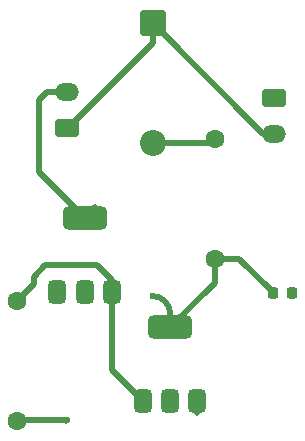
<source format=gbr>
%TF.GenerationSoftware,KiCad,Pcbnew,9.0.4*%
%TF.CreationDate,2025-10-16T23:04:56-05:00*%
%TF.ProjectId,new project,6e657720-7072-46f6-9a65-63742e6b6963,rev?*%
%TF.SameCoordinates,Original*%
%TF.FileFunction,Copper,L1,Top*%
%TF.FilePolarity,Positive*%
%FSLAX46Y46*%
G04 Gerber Fmt 4.6, Leading zero omitted, Abs format (unit mm)*
G04 Created by KiCad (PCBNEW 9.0.4) date 2025-10-16 23:04:56*
%MOMM*%
%LPD*%
G01*
G04 APERTURE LIST*
G04 Aperture macros list*
%AMRoundRect*
0 Rectangle with rounded corners*
0 $1 Rounding radius*
0 $2 $3 $4 $5 $6 $7 $8 $9 X,Y pos of 4 corners*
0 Add a 4 corners polygon primitive as box body*
4,1,4,$2,$3,$4,$5,$6,$7,$8,$9,$2,$3,0*
0 Add four circle primitives for the rounded corners*
1,1,$1+$1,$2,$3*
1,1,$1+$1,$4,$5*
1,1,$1+$1,$6,$7*
1,1,$1+$1,$8,$9*
0 Add four rect primitives between the rounded corners*
20,1,$1+$1,$2,$3,$4,$5,0*
20,1,$1+$1,$4,$5,$6,$7,0*
20,1,$1+$1,$6,$7,$8,$9,0*
20,1,$1+$1,$8,$9,$2,$3,0*%
G04 Aperture macros list end*
%TA.AperFunction,ComponentPad*%
%ADD10C,1.600000*%
%TD*%
%TA.AperFunction,ComponentPad*%
%ADD11RoundRect,0.249999X-0.850001X0.850001X-0.850001X-0.850001X0.850001X-0.850001X0.850001X0.850001X0*%
%TD*%
%TA.AperFunction,ComponentPad*%
%ADD12C,2.200000*%
%TD*%
%TA.AperFunction,ComponentPad*%
%ADD13RoundRect,0.250001X-0.759999X0.499999X-0.759999X-0.499999X0.759999X-0.499999X0.759999X0.499999X0*%
%TD*%
%TA.AperFunction,ComponentPad*%
%ADD14O,2.020000X1.500000*%
%TD*%
%TA.AperFunction,SMDPad,CuDef*%
%ADD15RoundRect,0.375000X0.375000X-0.625000X0.375000X0.625000X-0.375000X0.625000X-0.375000X-0.625000X0*%
%TD*%
%TA.AperFunction,SMDPad,CuDef*%
%ADD16RoundRect,0.500000X1.400000X-0.500000X1.400000X0.500000X-1.400000X0.500000X-1.400000X-0.500000X0*%
%TD*%
%TA.AperFunction,SMDPad,CuDef*%
%ADD17RoundRect,0.225000X-0.225000X-0.250000X0.225000X-0.250000X0.225000X0.250000X-0.225000X0.250000X0*%
%TD*%
%TA.AperFunction,ComponentPad*%
%ADD18RoundRect,0.250001X0.759999X-0.499999X0.759999X0.499999X-0.759999X0.499999X-0.759999X-0.499999X0*%
%TD*%
%TA.AperFunction,ViaPad*%
%ADD19C,0.600000*%
%TD*%
%TA.AperFunction,Conductor*%
%ADD20C,0.500000*%
%TD*%
G04 APERTURE END LIST*
D10*
%TO.P,R1,1*%
%TO.N,Net-(D1-A)*%
X130250000Y-73420000D03*
%TO.P,R1,2*%
%TO.N,Net-(Q1-B)*%
X130250000Y-83580000D03*
%TD*%
D11*
%TO.P,D1,1,K*%
%TO.N,Net-(D1-K)*%
X125000000Y-63670000D03*
D12*
%TO.P,D1,2,A*%
%TO.N,Net-(D1-A)*%
X125000000Y-73830000D03*
%TD*%
D13*
%TO.P,J2,1,Pin_1*%
%TO.N,GND*%
X135250000Y-70000000D03*
D14*
%TO.P,J2,2,Pin_2*%
%TO.N,Net-(D1-K)*%
X135250000Y-73000000D03*
%TD*%
D15*
%TO.P,Q1,1,B*%
%TO.N,Net-(Q1-B)*%
X116950000Y-86400000D03*
%TO.P,Q1,2,C*%
%TO.N,Net-(J1-Pin_2)*%
X119250000Y-86400000D03*
D16*
X119250000Y-80100000D03*
D15*
%TO.P,Q1,3,E*%
%TO.N,Net-(Q1-E)*%
X121550000Y-86400000D03*
%TD*%
%TO.P,Q2,1,B*%
%TO.N,Net-(Q1-E)*%
X124200000Y-95650000D03*
%TO.P,Q2,2,C*%
%TO.N,Net-(Q1-B)*%
X126500000Y-95650000D03*
D16*
X126500000Y-89350000D03*
D15*
%TO.P,Q2,3,E*%
%TO.N,GND*%
X128800000Y-95650000D03*
%TD*%
D17*
%TO.P,C1,1*%
%TO.N,Net-(Q1-B)*%
X135225000Y-86500000D03*
%TO.P,C1,2*%
%TO.N,GND*%
X136775000Y-86500000D03*
%TD*%
D18*
%TO.P,J1,1,Pin_1*%
%TO.N,Net-(D1-K)*%
X117715000Y-72500000D03*
D14*
%TO.P,J1,2,Pin_2*%
%TO.N,Net-(J1-Pin_2)*%
X117715000Y-69500000D03*
%TD*%
D10*
%TO.P,R2,1*%
%TO.N,Net-(Q1-E)*%
X113500000Y-87170000D03*
%TO.P,R2,2*%
%TO.N,GND*%
X113500000Y-97330000D03*
%TD*%
D19*
%TO.N,GND*%
X117750000Y-97250000D03*
X137000000Y-86500000D03*
X129000000Y-95750000D03*
%TO.N,Net-(J1-Pin_2)*%
X119250000Y-86400000D03*
X119250000Y-80250000D03*
%TO.N,Net-(Q1-B)*%
X126500000Y-95650000D03*
X125000000Y-86750000D03*
X126500000Y-89500000D03*
X117000000Y-86250000D03*
%TD*%
D20*
%TO.N,Net-(Q1-E)*%
X113500000Y-87170000D02*
X114949000Y-85721000D01*
X114949000Y-85721000D02*
X114949000Y-85101488D01*
%TO.N,GND*%
X117750000Y-97250000D02*
X113580000Y-97250000D01*
X113580000Y-97250000D02*
X113500000Y-97330000D01*
%TO.N,Net-(D1-K)*%
X125000000Y-63670000D02*
X134330000Y-73000000D01*
X134330000Y-73000000D02*
X135250000Y-73000000D01*
%TO.N,Net-(Q1-E)*%
X121550000Y-86400000D02*
X121550000Y-93000000D01*
X121550000Y-93000000D02*
X124200000Y-95650000D01*
%TO.N,GND*%
X117670000Y-97330000D02*
X117750000Y-97250000D01*
%TO.N,Net-(Q1-B)*%
X130250000Y-83580000D02*
X132305000Y-83580000D01*
X132305000Y-83580000D02*
X135074000Y-86349000D01*
X135074000Y-86349000D02*
X135074000Y-86500000D01*
X130250000Y-83580000D02*
X130250000Y-85600000D01*
X130250000Y-85600000D02*
X126500000Y-89350000D01*
%TO.N,Net-(J1-Pin_2)*%
X117715000Y-69500000D02*
X116067159Y-69500000D01*
X116067159Y-69500000D02*
X115396000Y-70171159D01*
X115396000Y-70171159D02*
X115396000Y-76246000D01*
X115396000Y-76246000D02*
X119250000Y-80100000D01*
%TO.N,Net-(D1-K)*%
X125000000Y-63670000D02*
X125000000Y-65304841D01*
X125000000Y-65304841D02*
X117804841Y-72500000D01*
X117804841Y-72500000D02*
X117715000Y-72500000D01*
%TO.N,Net-(D1-A)*%
X125000000Y-73830000D02*
X129840000Y-73830000D01*
X129840000Y-73830000D02*
X130250000Y-73420000D01*
%TO.N,GND*%
X128800000Y-96650000D02*
X128800000Y-95650000D01*
%TO.N,Net-(J1-Pin_2)*%
X119250000Y-86400000D02*
X119250000Y-86250000D01*
X120146000Y-79204000D02*
X119250000Y-80100000D01*
X119258721Y-86046331D02*
X119275108Y-85911378D01*
X119250513Y-86182028D02*
X119258721Y-86046331D01*
X119275108Y-85911378D02*
X119299612Y-85777660D01*
X119250000Y-86250000D02*
X119250513Y-86182028D01*
%TO.N,Net-(Q1-B)*%
X116462500Y-86887500D02*
X116950000Y-86400000D01*
X126500000Y-89350000D02*
X126500000Y-88250000D01*
X126324000Y-89174000D02*
X126500000Y-89350000D01*
X135036500Y-86462500D02*
X135074000Y-86500000D01*
X126500000Y-88250000D02*
G75*
G03*
X125000000Y-86750000I-1500000J0D01*
G01*
X126285082Y-89135082D02*
G75*
G02*
X126500018Y-89350000I18J-214918D01*
G01*
%TO.N,Net-(Q1-E)*%
X114949000Y-85101488D02*
X115901488Y-84149000D01*
X120299000Y-84149000D02*
X121550000Y-85400000D01*
X121550000Y-85400000D02*
X121550000Y-86400000D01*
X115901488Y-84149000D02*
X120299000Y-84149000D01*
%TD*%
M02*

</source>
